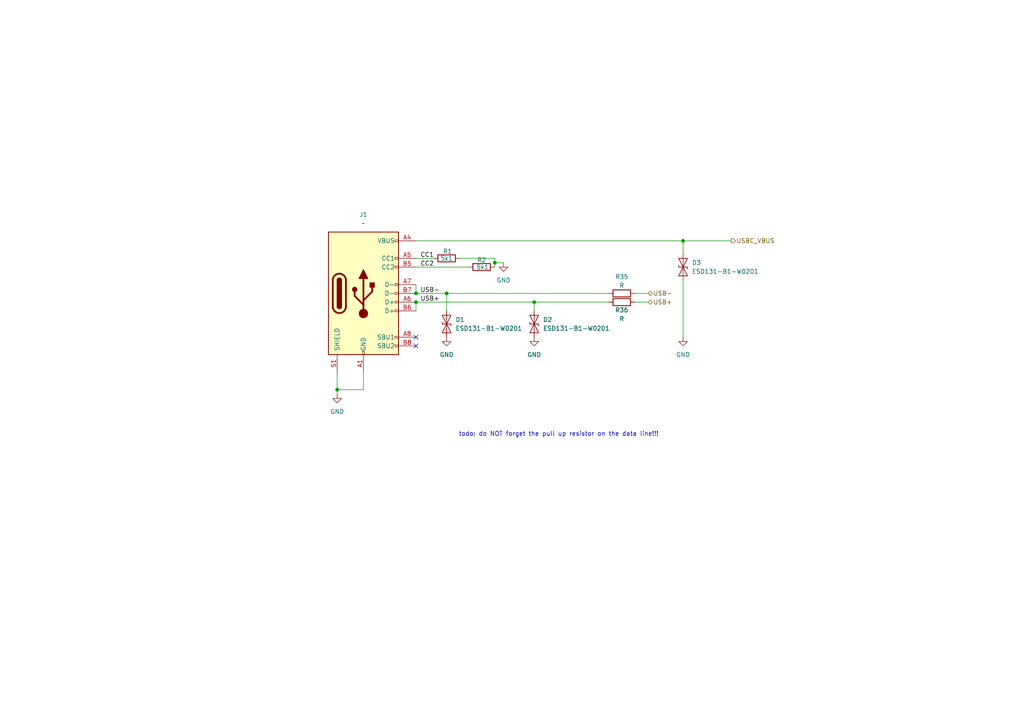
<source format=kicad_sch>
(kicad_sch
	(version 20250114)
	(generator "eeschema")
	(generator_version "9.0")
	(uuid "a3707a06-544a-4d24-b7af-4445ebcdfd54")
	(paper "A4")
	(lib_symbols
		(symbol "Connector:USB_C_Receptacle_USB2.0_16P"
			(pin_names
				(offset 1.016)
			)
			(exclude_from_sim no)
			(in_bom yes)
			(on_board yes)
			(property "Reference" "J"
				(at 0 22.225 0)
				(effects
					(font
						(size 1.27 1.27)
					)
				)
			)
			(property "Value" "USB_C_Receptacle_USB2.0_16P"
				(at 0 19.685 0)
				(effects
					(font
						(size 1.27 1.27)
					)
				)
			)
			(property "Footprint" ""
				(at 3.81 0 0)
				(effects
					(font
						(size 1.27 1.27)
					)
					(hide yes)
				)
			)
			(property "Datasheet" "https://www.usb.org/sites/default/files/documents/usb_type-c.zip"
				(at 3.81 0 0)
				(effects
					(font
						(size 1.27 1.27)
					)
					(hide yes)
				)
			)
			(property "Description" "USB 2.0-only 16P Type-C Receptacle connector"
				(at 0 0 0)
				(effects
					(font
						(size 1.27 1.27)
					)
					(hide yes)
				)
			)
			(property "ki_keywords" "usb universal serial bus type-C USB2.0"
				(at 0 0 0)
				(effects
					(font
						(size 1.27 1.27)
					)
					(hide yes)
				)
			)
			(property "ki_fp_filters" "USB*C*Receptacle*"
				(at 0 0 0)
				(effects
					(font
						(size 1.27 1.27)
					)
					(hide yes)
				)
			)
			(symbol "USB_C_Receptacle_USB2.0_16P_0_0"
				(rectangle
					(start -0.254 -17.78)
					(end 0.254 -16.764)
					(stroke
						(width 0)
						(type default)
					)
					(fill
						(type none)
					)
				)
				(rectangle
					(start 10.16 15.494)
					(end 9.144 14.986)
					(stroke
						(width 0)
						(type default)
					)
					(fill
						(type none)
					)
				)
				(rectangle
					(start 10.16 10.414)
					(end 9.144 9.906)
					(stroke
						(width 0)
						(type default)
					)
					(fill
						(type none)
					)
				)
				(rectangle
					(start 10.16 7.874)
					(end 9.144 7.366)
					(stroke
						(width 0)
						(type default)
					)
					(fill
						(type none)
					)
				)
				(rectangle
					(start 10.16 2.794)
					(end 9.144 2.286)
					(stroke
						(width 0)
						(type default)
					)
					(fill
						(type none)
					)
				)
				(rectangle
					(start 10.16 0.254)
					(end 9.144 -0.254)
					(stroke
						(width 0)
						(type default)
					)
					(fill
						(type none)
					)
				)
				(rectangle
					(start 10.16 -2.286)
					(end 9.144 -2.794)
					(stroke
						(width 0)
						(type default)
					)
					(fill
						(type none)
					)
				)
				(rectangle
					(start 10.16 -4.826)
					(end 9.144 -5.334)
					(stroke
						(width 0)
						(type default)
					)
					(fill
						(type none)
					)
				)
				(rectangle
					(start 10.16 -12.446)
					(end 9.144 -12.954)
					(stroke
						(width 0)
						(type default)
					)
					(fill
						(type none)
					)
				)
				(rectangle
					(start 10.16 -14.986)
					(end 9.144 -15.494)
					(stroke
						(width 0)
						(type default)
					)
					(fill
						(type none)
					)
				)
			)
			(symbol "USB_C_Receptacle_USB2.0_16P_0_1"
				(rectangle
					(start -10.16 17.78)
					(end 10.16 -17.78)
					(stroke
						(width 0.254)
						(type default)
					)
					(fill
						(type background)
					)
				)
				(polyline
					(pts
						(xy -8.89 -3.81) (xy -8.89 3.81)
					)
					(stroke
						(width 0.508)
						(type default)
					)
					(fill
						(type none)
					)
				)
				(rectangle
					(start -7.62 -3.81)
					(end -6.35 3.81)
					(stroke
						(width 0.254)
						(type default)
					)
					(fill
						(type outline)
					)
				)
				(arc
					(start -7.62 3.81)
					(mid -6.985 4.4423)
					(end -6.35 3.81)
					(stroke
						(width 0.254)
						(type default)
					)
					(fill
						(type none)
					)
				)
				(arc
					(start -7.62 3.81)
					(mid -6.985 4.4423)
					(end -6.35 3.81)
					(stroke
						(width 0.254)
						(type default)
					)
					(fill
						(type outline)
					)
				)
				(arc
					(start -8.89 3.81)
					(mid -6.985 5.7067)
					(end -5.08 3.81)
					(stroke
						(width 0.508)
						(type default)
					)
					(fill
						(type none)
					)
				)
				(arc
					(start -5.08 -3.81)
					(mid -6.985 -5.7067)
					(end -8.89 -3.81)
					(stroke
						(width 0.508)
						(type default)
					)
					(fill
						(type none)
					)
				)
				(arc
					(start -6.35 -3.81)
					(mid -6.985 -4.4423)
					(end -7.62 -3.81)
					(stroke
						(width 0.254)
						(type default)
					)
					(fill
						(type none)
					)
				)
				(arc
					(start -6.35 -3.81)
					(mid -6.985 -4.4423)
					(end -7.62 -3.81)
					(stroke
						(width 0.254)
						(type default)
					)
					(fill
						(type outline)
					)
				)
				(polyline
					(pts
						(xy -5.08 3.81) (xy -5.08 -3.81)
					)
					(stroke
						(width 0.508)
						(type default)
					)
					(fill
						(type none)
					)
				)
				(circle
					(center -2.54 1.143)
					(radius 0.635)
					(stroke
						(width 0.254)
						(type default)
					)
					(fill
						(type outline)
					)
				)
				(polyline
					(pts
						(xy -1.27 4.318) (xy 0 6.858) (xy 1.27 4.318) (xy -1.27 4.318)
					)
					(stroke
						(width 0.254)
						(type default)
					)
					(fill
						(type outline)
					)
				)
				(polyline
					(pts
						(xy 0 -2.032) (xy 2.54 0.508) (xy 2.54 1.778)
					)
					(stroke
						(width 0.508)
						(type default)
					)
					(fill
						(type none)
					)
				)
				(polyline
					(pts
						(xy 0 -3.302) (xy -2.54 -0.762) (xy -2.54 0.508)
					)
					(stroke
						(width 0.508)
						(type default)
					)
					(fill
						(type none)
					)
				)
				(polyline
					(pts
						(xy 0 -5.842) (xy 0 4.318)
					)
					(stroke
						(width 0.508)
						(type default)
					)
					(fill
						(type none)
					)
				)
				(circle
					(center 0 -5.842)
					(radius 1.27)
					(stroke
						(width 0)
						(type default)
					)
					(fill
						(type outline)
					)
				)
				(rectangle
					(start 1.905 1.778)
					(end 3.175 3.048)
					(stroke
						(width 0.254)
						(type default)
					)
					(fill
						(type outline)
					)
				)
			)
			(symbol "USB_C_Receptacle_USB2.0_16P_1_1"
				(pin passive line
					(at -7.62 -22.86 90)
					(length 5.08)
					(name "SHIELD"
						(effects
							(font
								(size 1.27 1.27)
							)
						)
					)
					(number "S1"
						(effects
							(font
								(size 1.27 1.27)
							)
						)
					)
				)
				(pin passive line
					(at 0 -22.86 90)
					(length 5.08)
					(name "GND"
						(effects
							(font
								(size 1.27 1.27)
							)
						)
					)
					(number "A1"
						(effects
							(font
								(size 1.27 1.27)
							)
						)
					)
				)
				(pin passive line
					(at 0 -22.86 90)
					(length 5.08)
					(hide yes)
					(name "GND"
						(effects
							(font
								(size 1.27 1.27)
							)
						)
					)
					(number "A12"
						(effects
							(font
								(size 1.27 1.27)
							)
						)
					)
				)
				(pin passive line
					(at 0 -22.86 90)
					(length 5.08)
					(hide yes)
					(name "GND"
						(effects
							(font
								(size 1.27 1.27)
							)
						)
					)
					(number "B1"
						(effects
							(font
								(size 1.27 1.27)
							)
						)
					)
				)
				(pin passive line
					(at 0 -22.86 90)
					(length 5.08)
					(hide yes)
					(name "GND"
						(effects
							(font
								(size 1.27 1.27)
							)
						)
					)
					(number "B12"
						(effects
							(font
								(size 1.27 1.27)
							)
						)
					)
				)
				(pin passive line
					(at 15.24 15.24 180)
					(length 5.08)
					(name "VBUS"
						(effects
							(font
								(size 1.27 1.27)
							)
						)
					)
					(number "A4"
						(effects
							(font
								(size 1.27 1.27)
							)
						)
					)
				)
				(pin passive line
					(at 15.24 15.24 180)
					(length 5.08)
					(hide yes)
					(name "VBUS"
						(effects
							(font
								(size 1.27 1.27)
							)
						)
					)
					(number "A9"
						(effects
							(font
								(size 1.27 1.27)
							)
						)
					)
				)
				(pin passive line
					(at 15.24 15.24 180)
					(length 5.08)
					(hide yes)
					(name "VBUS"
						(effects
							(font
								(size 1.27 1.27)
							)
						)
					)
					(number "B4"
						(effects
							(font
								(size 1.27 1.27)
							)
						)
					)
				)
				(pin passive line
					(at 15.24 15.24 180)
					(length 5.08)
					(hide yes)
					(name "VBUS"
						(effects
							(font
								(size 1.27 1.27)
							)
						)
					)
					(number "B9"
						(effects
							(font
								(size 1.27 1.27)
							)
						)
					)
				)
				(pin bidirectional line
					(at 15.24 10.16 180)
					(length 5.08)
					(name "CC1"
						(effects
							(font
								(size 1.27 1.27)
							)
						)
					)
					(number "A5"
						(effects
							(font
								(size 1.27 1.27)
							)
						)
					)
				)
				(pin bidirectional line
					(at 15.24 7.62 180)
					(length 5.08)
					(name "CC2"
						(effects
							(font
								(size 1.27 1.27)
							)
						)
					)
					(number "B5"
						(effects
							(font
								(size 1.27 1.27)
							)
						)
					)
				)
				(pin bidirectional line
					(at 15.24 2.54 180)
					(length 5.08)
					(name "D-"
						(effects
							(font
								(size 1.27 1.27)
							)
						)
					)
					(number "A7"
						(effects
							(font
								(size 1.27 1.27)
							)
						)
					)
				)
				(pin bidirectional line
					(at 15.24 0 180)
					(length 5.08)
					(name "D-"
						(effects
							(font
								(size 1.27 1.27)
							)
						)
					)
					(number "B7"
						(effects
							(font
								(size 1.27 1.27)
							)
						)
					)
				)
				(pin bidirectional line
					(at 15.24 -2.54 180)
					(length 5.08)
					(name "D+"
						(effects
							(font
								(size 1.27 1.27)
							)
						)
					)
					(number "A6"
						(effects
							(font
								(size 1.27 1.27)
							)
						)
					)
				)
				(pin bidirectional line
					(at 15.24 -5.08 180)
					(length 5.08)
					(name "D+"
						(effects
							(font
								(size 1.27 1.27)
							)
						)
					)
					(number "B6"
						(effects
							(font
								(size 1.27 1.27)
							)
						)
					)
				)
				(pin bidirectional line
					(at 15.24 -12.7 180)
					(length 5.08)
					(name "SBU1"
						(effects
							(font
								(size 1.27 1.27)
							)
						)
					)
					(number "A8"
						(effects
							(font
								(size 1.27 1.27)
							)
						)
					)
				)
				(pin bidirectional line
					(at 15.24 -15.24 180)
					(length 5.08)
					(name "SBU2"
						(effects
							(font
								(size 1.27 1.27)
							)
						)
					)
					(number "B8"
						(effects
							(font
								(size 1.27 1.27)
							)
						)
					)
				)
			)
			(embedded_fonts no)
		)
		(symbol "Device:R"
			(pin_numbers
				(hide yes)
			)
			(pin_names
				(offset 0)
			)
			(exclude_from_sim no)
			(in_bom yes)
			(on_board yes)
			(property "Reference" "R"
				(at 2.032 0 90)
				(effects
					(font
						(size 1.27 1.27)
					)
				)
			)
			(property "Value" "R"
				(at 0 0 90)
				(effects
					(font
						(size 1.27 1.27)
					)
				)
			)
			(property "Footprint" ""
				(at -1.778 0 90)
				(effects
					(font
						(size 1.27 1.27)
					)
					(hide yes)
				)
			)
			(property "Datasheet" "~"
				(at 0 0 0)
				(effects
					(font
						(size 1.27 1.27)
					)
					(hide yes)
				)
			)
			(property "Description" "Resistor"
				(at 0 0 0)
				(effects
					(font
						(size 1.27 1.27)
					)
					(hide yes)
				)
			)
			(property "ki_keywords" "R res resistor"
				(at 0 0 0)
				(effects
					(font
						(size 1.27 1.27)
					)
					(hide yes)
				)
			)
			(property "ki_fp_filters" "R_*"
				(at 0 0 0)
				(effects
					(font
						(size 1.27 1.27)
					)
					(hide yes)
				)
			)
			(symbol "R_0_1"
				(rectangle
					(start -1.016 -2.54)
					(end 1.016 2.54)
					(stroke
						(width 0.254)
						(type default)
					)
					(fill
						(type none)
					)
				)
			)
			(symbol "R_1_1"
				(pin passive line
					(at 0 3.81 270)
					(length 1.27)
					(name "~"
						(effects
							(font
								(size 1.27 1.27)
							)
						)
					)
					(number "1"
						(effects
							(font
								(size 1.27 1.27)
							)
						)
					)
				)
				(pin passive line
					(at 0 -3.81 90)
					(length 1.27)
					(name "~"
						(effects
							(font
								(size 1.27 1.27)
							)
						)
					)
					(number "2"
						(effects
							(font
								(size 1.27 1.27)
							)
						)
					)
				)
			)
			(embedded_fonts no)
		)
		(symbol "Diode:ESD131-B1-W0201"
			(pin_numbers
				(hide yes)
			)
			(pin_names
				(offset 1.016)
				(hide yes)
			)
			(exclude_from_sim no)
			(in_bom yes)
			(on_board yes)
			(property "Reference" "D"
				(at 0 2.54 0)
				(effects
					(font
						(size 1.27 1.27)
					)
				)
			)
			(property "Value" "ESD131-B1-W0201"
				(at 0 -2.54 0)
				(effects
					(font
						(size 1.27 1.27)
					)
				)
			)
			(property "Footprint" "Diode_SMD:Infineon_SG-WLL-2-3_0.58x0.28_P0.36mm"
				(at 0 0 0)
				(effects
					(font
						(size 1.27 1.27)
					)
					(hide yes)
				)
			)
			(property "Datasheet" "https://www.infineon.com/dgdl/Infineon-ESD131-B1-W0201-DataSheet-v02_00-EN.pdf?fileId=5546d4625cc9456a015ce94850964889"
				(at 0 0 0)
				(effects
					(font
						(size 1.27 1.27)
					)
					(hide yes)
				)
			)
			(property "Description" "Bidirectional ESD protection diode, ±5.5Vrwm, 0.23pF, SG-WLL-2-3"
				(at 0 0 0)
				(effects
					(font
						(size 1.27 1.27)
					)
					(hide yes)
				)
			)
			(property "ki_keywords" "diode TVS ESD"
				(at 0 0 0)
				(effects
					(font
						(size 1.27 1.27)
					)
					(hide yes)
				)
			)
			(property "ki_fp_filters" "*SG?WLL?2?3*"
				(at 0 0 0)
				(effects
					(font
						(size 1.27 1.27)
					)
					(hide yes)
				)
			)
			(symbol "ESD131-B1-W0201_0_1"
				(polyline
					(pts
						(xy -2.54 -1.27) (xy 0 0) (xy -2.54 1.27) (xy -2.54 -1.27)
					)
					(stroke
						(width 0.2032)
						(type default)
					)
					(fill
						(type none)
					)
				)
				(polyline
					(pts
						(xy 0.508 1.27) (xy 0 1.27) (xy 0 -1.27) (xy -0.508 -1.27)
					)
					(stroke
						(width 0.2032)
						(type default)
					)
					(fill
						(type none)
					)
				)
				(polyline
					(pts
						(xy 1.27 0) (xy -1.27 0)
					)
					(stroke
						(width 0)
						(type default)
					)
					(fill
						(type none)
					)
				)
				(polyline
					(pts
						(xy 2.54 1.27) (xy 2.54 -1.27) (xy 0 0) (xy 2.54 1.27)
					)
					(stroke
						(width 0.2032)
						(type default)
					)
					(fill
						(type none)
					)
				)
			)
			(symbol "ESD131-B1-W0201_1_1"
				(pin passive line
					(at -3.81 0 0)
					(length 2.54)
					(name "A1"
						(effects
							(font
								(size 1.27 1.27)
							)
						)
					)
					(number "1"
						(effects
							(font
								(size 1.27 1.27)
							)
						)
					)
				)
				(pin passive line
					(at 3.81 0 180)
					(length 2.54)
					(name "A2"
						(effects
							(font
								(size 1.27 1.27)
							)
						)
					)
					(number "2"
						(effects
							(font
								(size 1.27 1.27)
							)
						)
					)
				)
			)
			(embedded_fonts no)
		)
		(symbol "power:GND"
			(power)
			(pin_numbers
				(hide yes)
			)
			(pin_names
				(offset 0)
				(hide yes)
			)
			(exclude_from_sim no)
			(in_bom yes)
			(on_board yes)
			(property "Reference" "#PWR"
				(at 0 -6.35 0)
				(effects
					(font
						(size 1.27 1.27)
					)
					(hide yes)
				)
			)
			(property "Value" "GND"
				(at 0 -3.81 0)
				(effects
					(font
						(size 1.27 1.27)
					)
				)
			)
			(property "Footprint" ""
				(at 0 0 0)
				(effects
					(font
						(size 1.27 1.27)
					)
					(hide yes)
				)
			)
			(property "Datasheet" ""
				(at 0 0 0)
				(effects
					(font
						(size 1.27 1.27)
					)
					(hide yes)
				)
			)
			(property "Description" "Power symbol creates a global label with name \"GND\" , ground"
				(at 0 0 0)
				(effects
					(font
						(size 1.27 1.27)
					)
					(hide yes)
				)
			)
			(property "ki_keywords" "global power"
				(at 0 0 0)
				(effects
					(font
						(size 1.27 1.27)
					)
					(hide yes)
				)
			)
			(symbol "GND_0_1"
				(polyline
					(pts
						(xy 0 0) (xy 0 -1.27) (xy 1.27 -1.27) (xy 0 -2.54) (xy -1.27 -1.27) (xy 0 -1.27)
					)
					(stroke
						(width 0)
						(type default)
					)
					(fill
						(type none)
					)
				)
			)
			(symbol "GND_1_1"
				(pin power_in line
					(at 0 0 270)
					(length 0)
					(name "~"
						(effects
							(font
								(size 1.27 1.27)
							)
						)
					)
					(number "1"
						(effects
							(font
								(size 1.27 1.27)
							)
						)
					)
				)
			)
			(embedded_fonts no)
		)
	)
	(text "todo: do NOT forget the pull up resistor on the data line!!!"
		(exclude_from_sim no)
		(at 162.052 125.984 0)
		(effects
			(font
				(size 1.27 1.27)
			)
		)
		(uuid "b32c4efc-09e6-4fec-b5c9-8a6427b56886")
	)
	(junction
		(at 154.94 87.63)
		(diameter 0)
		(color 0 0 0 0)
		(uuid "10466d11-1fd7-4922-a112-bbffa4ff7e86")
	)
	(junction
		(at 143.51 76.2)
		(diameter 0)
		(color 0 0 0 0)
		(uuid "17f24c01-d637-4169-81dc-cad214dd5dff")
	)
	(junction
		(at 129.54 85.09)
		(diameter 0)
		(color 0 0 0 0)
		(uuid "96090fbd-aed2-4ae2-bce6-68d9667b15b7")
	)
	(junction
		(at 120.65 85.09)
		(diameter 0)
		(color 0 0 0 0)
		(uuid "a19f42d1-c908-4967-9bfd-d16ab4c5a15a")
	)
	(junction
		(at 198.12 69.85)
		(diameter 0)
		(color 0 0 0 0)
		(uuid "ad2dbd49-cf11-43ba-b13a-5d37f6adcf05")
	)
	(junction
		(at 97.79 113.03)
		(diameter 0)
		(color 0 0 0 0)
		(uuid "c481b7b2-0652-4790-90be-7ca887202a8e")
	)
	(junction
		(at 120.65 87.63)
		(diameter 0)
		(color 0 0 0 0)
		(uuid "dc2cfc5f-d70f-42aa-a775-62823d8ead9e")
	)
	(no_connect
		(at 120.65 97.79)
		(uuid "233e947b-0b8a-4df8-918b-1bef12e2dbcd")
	)
	(no_connect
		(at 120.65 100.33)
		(uuid "a0ed1831-c43b-4757-a17f-4bbe661cf23d")
	)
	(wire
		(pts
			(xy 120.65 85.09) (xy 129.54 85.09)
		)
		(stroke
			(width 0)
			(type default)
		)
		(uuid "0efd3bd3-48e4-49a6-a0ba-3e2be14fdd65")
	)
	(wire
		(pts
			(xy 120.65 87.63) (xy 120.65 90.17)
		)
		(stroke
			(width 0)
			(type default)
		)
		(uuid "183a824e-2c63-49a6-902c-228809f5b37d")
	)
	(wire
		(pts
			(xy 198.12 73.66) (xy 198.12 69.85)
		)
		(stroke
			(width 0)
			(type default)
		)
		(uuid "25e9231b-b045-4d55-826c-f65593930c29")
	)
	(wire
		(pts
			(xy 120.65 69.85) (xy 198.12 69.85)
		)
		(stroke
			(width 0)
			(type default)
		)
		(uuid "26f8f6dc-c551-4538-9b12-069d38c78ee8")
	)
	(wire
		(pts
			(xy 105.41 113.03) (xy 105.41 107.95)
		)
		(stroke
			(width 0)
			(type default)
		)
		(uuid "4153e0fb-a68a-48e2-929f-09282dc61661")
	)
	(wire
		(pts
			(xy 184.15 87.63) (xy 187.96 87.63)
		)
		(stroke
			(width 0)
			(type default)
		)
		(uuid "429de8c2-7fbc-4f7a-98f1-25096fa483ff")
	)
	(wire
		(pts
			(xy 143.51 74.93) (xy 143.51 76.2)
		)
		(stroke
			(width 0)
			(type default)
		)
		(uuid "4a7e4281-982d-4f58-a0c1-f225bb426683")
	)
	(wire
		(pts
			(xy 143.51 76.2) (xy 146.05 76.2)
		)
		(stroke
			(width 0)
			(type default)
		)
		(uuid "4ba030a1-b26d-4310-b93a-63d3bb5fd7d6")
	)
	(wire
		(pts
			(xy 120.65 87.63) (xy 154.94 87.63)
		)
		(stroke
			(width 0)
			(type default)
		)
		(uuid "4c57de66-1fae-4bf2-bf93-f61a5941a829")
	)
	(wire
		(pts
			(xy 97.79 114.3) (xy 97.79 113.03)
		)
		(stroke
			(width 0)
			(type default)
		)
		(uuid "5402b8c0-f948-4e4b-9958-2ba9a1b5b16e")
	)
	(wire
		(pts
			(xy 120.65 82.55) (xy 120.65 85.09)
		)
		(stroke
			(width 0)
			(type default)
		)
		(uuid "599f8e87-09f7-4004-aa00-008b5424d603")
	)
	(wire
		(pts
			(xy 154.94 87.63) (xy 176.53 87.63)
		)
		(stroke
			(width 0)
			(type default)
		)
		(uuid "62172820-de49-4780-92b6-da56099e2691")
	)
	(wire
		(pts
			(xy 154.94 87.63) (xy 154.94 90.17)
		)
		(stroke
			(width 0)
			(type default)
		)
		(uuid "7585fa2d-adba-4c6d-9368-2a5c58daa066")
	)
	(wire
		(pts
			(xy 198.12 81.28) (xy 198.12 97.79)
		)
		(stroke
			(width 0)
			(type default)
		)
		(uuid "ad60bc3f-a0fa-4238-b8f4-0aa3aff2d9e1")
	)
	(wire
		(pts
			(xy 198.12 69.85) (xy 212.09 69.85)
		)
		(stroke
			(width 0)
			(type default)
		)
		(uuid "b1a79242-c233-448c-b0b5-b267c59d8b7a")
	)
	(wire
		(pts
			(xy 120.65 74.93) (xy 125.73 74.93)
		)
		(stroke
			(width 0)
			(type default)
		)
		(uuid "c39f5b51-a88e-40d6-873e-a461328c8182")
	)
	(wire
		(pts
			(xy 97.79 113.03) (xy 105.41 113.03)
		)
		(stroke
			(width 0)
			(type default)
		)
		(uuid "dda8f7ca-9674-4983-b8b3-371e77936fa5")
	)
	(wire
		(pts
			(xy 129.54 85.09) (xy 129.54 90.17)
		)
		(stroke
			(width 0)
			(type default)
		)
		(uuid "e0837e2f-7367-4e69-9b6b-eb3d03d103f0")
	)
	(wire
		(pts
			(xy 184.15 85.09) (xy 187.96 85.09)
		)
		(stroke
			(width 0)
			(type default)
		)
		(uuid "e6c9e22b-8618-4c55-b9b3-a1a25cd0a8fb")
	)
	(wire
		(pts
			(xy 133.35 74.93) (xy 143.51 74.93)
		)
		(stroke
			(width 0)
			(type default)
		)
		(uuid "eda16df4-daa3-49cc-a469-fb3410523038")
	)
	(wire
		(pts
			(xy 143.51 76.2) (xy 143.51 77.47)
		)
		(stroke
			(width 0)
			(type default)
		)
		(uuid "edd86c9d-3410-47cb-8e8d-188439a0d42a")
	)
	(wire
		(pts
			(xy 129.54 85.09) (xy 176.53 85.09)
		)
		(stroke
			(width 0)
			(type default)
		)
		(uuid "f618a551-3d91-440c-a798-1a28d1e66ede")
	)
	(wire
		(pts
			(xy 97.79 113.03) (xy 97.79 107.95)
		)
		(stroke
			(width 0)
			(type default)
		)
		(uuid "fce01537-f74f-41ff-93ae-c55e068e8a96")
	)
	(wire
		(pts
			(xy 120.65 77.47) (xy 135.89 77.47)
		)
		(stroke
			(width 0)
			(type default)
		)
		(uuid "feb13747-73c6-41fd-aedd-50533558d25d")
	)
	(label "CC2"
		(at 121.92 77.47 0)
		(effects
			(font
				(size 1.27 1.27)
			)
			(justify left bottom)
		)
		(uuid "734b3e0e-f5e6-49d6-9360-4180e0e05fb1")
	)
	(label "USB+"
		(at 121.92 87.63 0)
		(effects
			(font
				(size 1.27 1.27)
			)
			(justify left bottom)
		)
		(uuid "8b7d09c8-d869-4783-b4eb-dab7af8fc4d6")
	)
	(label "CC1"
		(at 121.92 74.93 0)
		(effects
			(font
				(size 1.27 1.27)
			)
			(justify left bottom)
		)
		(uuid "929e41bf-4d34-4a07-afdf-3ff610376bac")
	)
	(label "USB-"
		(at 121.92 85.09 0)
		(effects
			(font
				(size 1.27 1.27)
			)
			(justify left bottom)
		)
		(uuid "c0ce0acf-99bf-4d1c-8ae0-5349ff24dd81")
	)
	(hierarchical_label "USBC_VBUS"
		(shape output)
		(at 212.09 69.85 0)
		(effects
			(font
				(size 1.27 1.27)
			)
			(justify left)
		)
		(uuid "83050dbd-8daf-4f47-ae75-129a19e3a3e0")
	)
	(hierarchical_label "USB-"
		(shape bidirectional)
		(at 187.96 85.09 0)
		(effects
			(font
				(size 1.27 1.27)
			)
			(justify left)
		)
		(uuid "a13a39ab-9f85-49e9-8578-8170cb7d6d98")
	)
	(hierarchical_label "USB+"
		(shape bidirectional)
		(at 187.96 87.63 0)
		(effects
			(font
				(size 1.27 1.27)
			)
			(justify left)
		)
		(uuid "ac53bf51-9b18-4526-ad43-ef4dff23ca8c")
	)
	(symbol
		(lib_id "Connector:USB_C_Receptacle_USB2.0_16P")
		(at 105.41 85.09 0)
		(unit 1)
		(exclude_from_sim no)
		(in_bom yes)
		(on_board yes)
		(dnp no)
		(fields_autoplaced yes)
		(uuid "06dee56c-102c-4807-93b8-3c02b8b5118f")
		(property "Reference" "J1"
			(at 105.41 62.23 0)
			(effects
				(font
					(size 1.27 1.27)
				)
			)
		)
		(property "Value" "~"
			(at 105.41 64.77 0)
			(effects
				(font
					(size 1.27 1.27)
				)
			)
		)
		(property "Footprint" "SamacSys_Parts:USB_C_Receptacle_GCT_USB4105-xx-A_16P_TopMnt_Horizontal"
			(at 109.22 85.09 0)
			(effects
				(font
					(size 1.27 1.27)
				)
				(hide yes)
			)
		)
		(property "Datasheet" "https://www.usb.org/sites/default/files/documents/usb_type-c.zip"
			(at 109.22 85.09 0)
			(effects
				(font
					(size 1.27 1.27)
				)
				(hide yes)
			)
		)
		(property "Description" "USB 2.0-only 16P Type-C Receptacle connector"
			(at 105.41 85.09 0)
			(effects
				(font
					(size 1.27 1.27)
				)
				(hide yes)
			)
		)
		(pin "A1"
			(uuid "d9bdd895-8028-4652-a974-eb0b0cc71d3d")
		)
		(pin "A9"
			(uuid "34fd95d8-45dd-4663-8f6f-eb637cf56a8c")
		)
		(pin "A4"
			(uuid "1716a206-9928-4241-b882-5735c219c9f3")
		)
		(pin "B9"
			(uuid "d2ac9f3d-4ea5-499d-918b-f677caca6422")
		)
		(pin "B7"
			(uuid "351b6a95-686e-4aa8-b895-cd09f4a157da")
		)
		(pin "B5"
			(uuid "28031262-307e-4e3d-a9a4-20f5578ca95c")
		)
		(pin "A7"
			(uuid "4f44991e-db2c-44b7-8b2b-e6621928c74b")
		)
		(pin "B4"
			(uuid "a2293495-475c-4105-8dd8-1f48a9aa2ad9")
		)
		(pin "B12"
			(uuid "7cf4d898-8974-498a-bd76-54ff7f32d7a6")
		)
		(pin "A12"
			(uuid "3f7a614b-076b-4ecf-a899-6cd019020f0f")
		)
		(pin "A6"
			(uuid "c0da684f-c27b-42f2-a2d6-6ef358688d28")
		)
		(pin "B8"
			(uuid "693738ac-8f45-4a7b-b980-bcf767db7866")
		)
		(pin "A5"
			(uuid "ef39944c-d125-46d0-89ea-0b2118202ea7")
		)
		(pin "A8"
			(uuid "01351f05-e5bf-4811-9e40-ace664107c6d")
		)
		(pin "B1"
			(uuid "34c05277-fb14-4c50-b395-b130ef03568e")
		)
		(pin "S1"
			(uuid "69cbbcbe-caee-49f0-b78d-10619ce6f899")
		)
		(pin "B6"
			(uuid "604d3d04-3f8c-4a7e-889b-f6a8cbac16ad")
		)
		(instances
			(project ""
				(path "/869bea87-c885-4ead-826b-3f34ceacafad/26d17bc2-e2ae-44e6-8fc3-d458d6e51b4a"
					(reference "J1")
					(unit 1)
				)
			)
		)
	)
	(symbol
		(lib_id "Diode:ESD131-B1-W0201")
		(at 129.54 93.98 90)
		(unit 1)
		(exclude_from_sim no)
		(in_bom yes)
		(on_board yes)
		(dnp no)
		(uuid "19d0c026-1e18-4c47-9092-83d5384bd3dd")
		(property "Reference" "D1"
			(at 132.08 92.7099 90)
			(effects
				(font
					(size 1.27 1.27)
				)
				(justify right)
			)
		)
		(property "Value" "ESD131-B1-W0201"
			(at 132.08 95.2499 90)
			(effects
				(font
					(size 1.27 1.27)
				)
				(justify right)
			)
		)
		(property "Footprint" "Diode_SMD:Infineon_SG-WLL-2-3_0.58x0.28_P0.36mm"
			(at 129.54 93.98 0)
			(effects
				(font
					(size 1.27 1.27)
				)
				(hide yes)
			)
		)
		(property "Datasheet" "https://www.infineon.com/dgdl/Infineon-ESD131-B1-W0201-DataSheet-v02_00-EN.pdf?fileId=5546d4625cc9456a015ce94850964889"
			(at 129.54 93.98 0)
			(effects
				(font
					(size 1.27 1.27)
				)
				(hide yes)
			)
		)
		(property "Description" "Bidirectional ESD protection diode, ±5.5Vrwm, 0.23pF, SG-WLL-2-3"
			(at 129.54 93.98 0)
			(effects
				(font
					(size 1.27 1.27)
				)
				(hide yes)
			)
		)
		(property "Height" "2.29"
			(at 523.19 81.28 0)
			(effects
				(font
					(size 1.27 1.27)
				)
				(justify left bottom)
				(hide yes)
			)
		)
		(property "Mouser Part Number" "576-SMAJ5.0CA"
			(at 623.19 81.28 0)
			(effects
				(font
					(size 1.27 1.27)
				)
				(justify left bottom)
				(hide yes)
			)
		)
		(property "Mouser Price/Stock" "https://www.mouser.co.uk/ProductDetail/Littelfuse/SMAJ5.0CA?qs=JJML70Qc14u8hb22RFwTwA%3D%3D"
			(at 723.19 81.28 0)
			(effects
				(font
					(size 1.27 1.27)
				)
				(justify left bottom)
				(hide yes)
			)
		)
		(property "Manufacturer_Name" "LITTELFUSE"
			(at 823.19 81.28 0)
			(effects
				(font
					(size 1.27 1.27)
				)
				(justify left bottom)
				(hide yes)
			)
		)
		(property "Manufacturer_Part_Number" "SMAJ5.0CA"
			(at 923.19 81.28 0)
			(effects
				(font
					(size 1.27 1.27)
				)
				(justify left bottom)
				(hide yes)
			)
		)
		(pin "2"
			(uuid "d002ff03-3275-4637-b226-6fe2869a6935")
		)
		(pin "1"
			(uuid "f584533f-c023-44f6-b658-0e9c4a4f4b98")
		)
		(instances
			(project ""
				(path "/869bea87-c885-4ead-826b-3f34ceacafad/26d17bc2-e2ae-44e6-8fc3-d458d6e51b4a"
					(reference "D1")
					(unit 1)
				)
			)
		)
	)
	(symbol
		(lib_id "power:GND")
		(at 97.79 114.3 0)
		(unit 1)
		(exclude_from_sim no)
		(in_bom yes)
		(on_board yes)
		(dnp no)
		(fields_autoplaced yes)
		(uuid "4be41e76-c677-40df-9a46-7c225ccc852d")
		(property "Reference" "#PWR01"
			(at 97.79 120.65 0)
			(effects
				(font
					(size 1.27 1.27)
				)
				(hide yes)
			)
		)
		(property "Value" "GND"
			(at 97.79 119.38 0)
			(effects
				(font
					(size 1.27 1.27)
				)
			)
		)
		(property "Footprint" ""
			(at 97.79 114.3 0)
			(effects
				(font
					(size 1.27 1.27)
				)
				(hide yes)
			)
		)
		(property "Datasheet" ""
			(at 97.79 114.3 0)
			(effects
				(font
					(size 1.27 1.27)
				)
				(hide yes)
			)
		)
		(property "Description" "Power symbol creates a global label with name \"GND\" , ground"
			(at 97.79 114.3 0)
			(effects
				(font
					(size 1.27 1.27)
				)
				(hide yes)
			)
		)
		(pin "1"
			(uuid "ef98821f-7e34-44a3-90e3-51bab4dd11d2")
		)
		(instances
			(project ""
				(path "/869bea87-c885-4ead-826b-3f34ceacafad/26d17bc2-e2ae-44e6-8fc3-d458d6e51b4a"
					(reference "#PWR01")
					(unit 1)
				)
			)
		)
	)
	(symbol
		(lib_id "power:GND")
		(at 146.05 76.2 0)
		(unit 1)
		(exclude_from_sim no)
		(in_bom yes)
		(on_board yes)
		(dnp no)
		(fields_autoplaced yes)
		(uuid "6fcc5d6b-6e3d-433c-8002-ba508de58cac")
		(property "Reference" "#PWR03"
			(at 146.05 82.55 0)
			(effects
				(font
					(size 1.27 1.27)
				)
				(hide yes)
			)
		)
		(property "Value" "GND"
			(at 146.05 81.28 0)
			(effects
				(font
					(size 1.27 1.27)
				)
			)
		)
		(property "Footprint" ""
			(at 146.05 76.2 0)
			(effects
				(font
					(size 1.27 1.27)
				)
				(hide yes)
			)
		)
		(property "Datasheet" ""
			(at 146.05 76.2 0)
			(effects
				(font
					(size 1.27 1.27)
				)
				(hide yes)
			)
		)
		(property "Description" "Power symbol creates a global label with name \"GND\" , ground"
			(at 146.05 76.2 0)
			(effects
				(font
					(size 1.27 1.27)
				)
				(hide yes)
			)
		)
		(pin "1"
			(uuid "9012d1d8-eeb1-425d-9866-7ad0915f33d7")
		)
		(instances
			(project ""
				(path "/869bea87-c885-4ead-826b-3f34ceacafad/26d17bc2-e2ae-44e6-8fc3-d458d6e51b4a"
					(reference "#PWR03")
					(unit 1)
				)
			)
		)
	)
	(symbol
		(lib_id "Diode:ESD131-B1-W0201")
		(at 198.12 77.47 90)
		(unit 1)
		(exclude_from_sim no)
		(in_bom yes)
		(on_board yes)
		(dnp no)
		(fields_autoplaced yes)
		(uuid "7b3fad1a-4173-4feb-9652-3e085e874f3f")
		(property "Reference" "D3"
			(at 200.66 76.1999 90)
			(effects
				(font
					(size 1.27 1.27)
				)
				(justify right)
			)
		)
		(property "Value" "ESD131-B1-W0201"
			(at 200.66 78.7399 90)
			(effects
				(font
					(size 1.27 1.27)
				)
				(justify right)
			)
		)
		(property "Footprint" "Diode_SMD:Infineon_SG-WLL-2-3_0.58x0.28_P0.36mm"
			(at 198.12 77.47 0)
			(effects
				(font
					(size 1.27 1.27)
				)
				(hide yes)
			)
		)
		(property "Datasheet" "https://www.infineon.com/dgdl/Infineon-ESD131-B1-W0201-DataSheet-v02_00-EN.pdf?fileId=5546d4625cc9456a015ce94850964889"
			(at 198.12 77.47 0)
			(effects
				(font
					(size 1.27 1.27)
				)
				(hide yes)
			)
		)
		(property "Description" "Bidirectional ESD protection diode, ±5.5Vrwm, 0.23pF, SG-WLL-2-3"
			(at 198.12 77.47 0)
			(effects
				(font
					(size 1.27 1.27)
				)
				(hide yes)
			)
		)
		(property "Height" "2.29"
			(at 591.77 64.77 0)
			(effects
				(font
					(size 1.27 1.27)
				)
				(justify left bottom)
				(hide yes)
			)
		)
		(property "Mouser Part Number" "576-SMAJ5.0CA"
			(at 691.77 64.77 0)
			(effects
				(font
					(size 1.27 1.27)
				)
				(justify left bottom)
				(hide yes)
			)
		)
		(property "Mouser Price/Stock" "https://www.mouser.co.uk/ProductDetail/Littelfuse/SMAJ5.0CA?qs=JJML70Qc14u8hb22RFwTwA%3D%3D"
			(at 791.77 64.77 0)
			(effects
				(font
					(size 1.27 1.27)
				)
				(justify left bottom)
				(hide yes)
			)
		)
		(property "Manufacturer_Name" "LITTELFUSE"
			(at 891.77 64.77 0)
			(effects
				(font
					(size 1.27 1.27)
				)
				(justify left bottom)
				(hide yes)
			)
		)
		(property "Manufacturer_Part_Number" "SMAJ5.0CA"
			(at 991.77 64.77 0)
			(effects
				(font
					(size 1.27 1.27)
				)
				(justify left bottom)
				(hide yes)
			)
		)
		(pin "2"
			(uuid "b62da6bc-2ae8-4986-b265-ca71b0aeda22")
		)
		(pin "1"
			(uuid "c2b96538-1869-46a8-8442-8f1792b9b9da")
		)
		(instances
			(project "controller"
				(path "/869bea87-c885-4ead-826b-3f34ceacafad/26d17bc2-e2ae-44e6-8fc3-d458d6e51b4a"
					(reference "D3")
					(unit 1)
				)
			)
		)
	)
	(symbol
		(lib_id "Device:R")
		(at 129.54 74.93 90)
		(unit 1)
		(exclude_from_sim no)
		(in_bom yes)
		(on_board yes)
		(dnp no)
		(uuid "84f38818-26f0-41cd-bdcc-1d272d382df1")
		(property "Reference" "R1"
			(at 129.794 72.898 90)
			(effects
				(font
					(size 1.27 1.27)
				)
			)
		)
		(property "Value" "5k1"
			(at 129.54 74.93 90)
			(effects
				(font
					(size 1.27 1.27)
				)
			)
		)
		(property "Footprint" ""
			(at 129.54 76.708 90)
			(effects
				(font
					(size 1.27 1.27)
				)
				(hide yes)
			)
		)
		(property "Datasheet" "~"
			(at 129.54 74.93 0)
			(effects
				(font
					(size 1.27 1.27)
				)
				(hide yes)
			)
		)
		(property "Description" "Resistor"
			(at 129.54 74.93 0)
			(effects
				(font
					(size 1.27 1.27)
				)
				(hide yes)
			)
		)
		(pin "1"
			(uuid "2b42a09a-1bbc-48e5-b501-f49b974af0a6")
		)
		(pin "2"
			(uuid "c6759754-b7dd-4c4a-8372-23feaabe419f")
		)
		(instances
			(project ""
				(path "/869bea87-c885-4ead-826b-3f34ceacafad/26d17bc2-e2ae-44e6-8fc3-d458d6e51b4a"
					(reference "R1")
					(unit 1)
				)
			)
		)
	)
	(symbol
		(lib_id "power:GND")
		(at 154.94 97.79 0)
		(unit 1)
		(exclude_from_sim no)
		(in_bom yes)
		(on_board yes)
		(dnp no)
		(fields_autoplaced yes)
		(uuid "addccbf5-5924-4312-9dad-30cea55f574e")
		(property "Reference" "#PWR04"
			(at 154.94 104.14 0)
			(effects
				(font
					(size 1.27 1.27)
				)
				(hide yes)
			)
		)
		(property "Value" "GND"
			(at 154.94 102.87 0)
			(effects
				(font
					(size 1.27 1.27)
				)
			)
		)
		(property "Footprint" ""
			(at 154.94 97.79 0)
			(effects
				(font
					(size 1.27 1.27)
				)
				(hide yes)
			)
		)
		(property "Datasheet" ""
			(at 154.94 97.79 0)
			(effects
				(font
					(size 1.27 1.27)
				)
				(hide yes)
			)
		)
		(property "Description" "Power symbol creates a global label with name \"GND\" , ground"
			(at 154.94 97.79 0)
			(effects
				(font
					(size 1.27 1.27)
				)
				(hide yes)
			)
		)
		(pin "1"
			(uuid "df4b07fc-1a21-4ad6-8e3c-a509b09b0deb")
		)
		(instances
			(project "controller"
				(path "/869bea87-c885-4ead-826b-3f34ceacafad/26d17bc2-e2ae-44e6-8fc3-d458d6e51b4a"
					(reference "#PWR04")
					(unit 1)
				)
			)
		)
	)
	(symbol
		(lib_id "power:GND")
		(at 198.12 97.79 0)
		(unit 1)
		(exclude_from_sim no)
		(in_bom yes)
		(on_board yes)
		(dnp no)
		(fields_autoplaced yes)
		(uuid "ae2c241f-5db1-4681-a8d8-d6873b162c5d")
		(property "Reference" "#PWR05"
			(at 198.12 104.14 0)
			(effects
				(font
					(size 1.27 1.27)
				)
				(hide yes)
			)
		)
		(property "Value" "GND"
			(at 198.12 102.87 0)
			(effects
				(font
					(size 1.27 1.27)
				)
			)
		)
		(property "Footprint" ""
			(at 198.12 97.79 0)
			(effects
				(font
					(size 1.27 1.27)
				)
				(hide yes)
			)
		)
		(property "Datasheet" ""
			(at 198.12 97.79 0)
			(effects
				(font
					(size 1.27 1.27)
				)
				(hide yes)
			)
		)
		(property "Description" "Power symbol creates a global label with name \"GND\" , ground"
			(at 198.12 97.79 0)
			(effects
				(font
					(size 1.27 1.27)
				)
				(hide yes)
			)
		)
		(pin "1"
			(uuid "1f1ede23-0911-49f5-811c-03e2f5a48992")
		)
		(instances
			(project ""
				(path "/869bea87-c885-4ead-826b-3f34ceacafad/26d17bc2-e2ae-44e6-8fc3-d458d6e51b4a"
					(reference "#PWR05")
					(unit 1)
				)
			)
		)
	)
	(symbol
		(lib_id "Device:R")
		(at 180.34 87.63 90)
		(unit 1)
		(exclude_from_sim no)
		(in_bom yes)
		(on_board yes)
		(dnp no)
		(uuid "b1ac8540-d4c2-4523-984d-91481491eafc")
		(property "Reference" "R36"
			(at 180.34 89.916 90)
			(effects
				(font
					(size 1.27 1.27)
				)
			)
		)
		(property "Value" "R"
			(at 180.34 92.456 90)
			(effects
				(font
					(size 1.27 1.27)
				)
			)
		)
		(property "Footprint" ""
			(at 180.34 89.408 90)
			(effects
				(font
					(size 1.27 1.27)
				)
				(hide yes)
			)
		)
		(property "Datasheet" "~"
			(at 180.34 87.63 0)
			(effects
				(font
					(size 1.27 1.27)
				)
				(hide yes)
			)
		)
		(property "Description" "Resistor"
			(at 180.34 87.63 0)
			(effects
				(font
					(size 1.27 1.27)
				)
				(hide yes)
			)
		)
		(pin "2"
			(uuid "34a3373f-71b7-43d1-b4d1-f4f8437128eb")
		)
		(pin "1"
			(uuid "803fff3e-8eec-4578-a54c-60170eeb2731")
		)
		(instances
			(project "controller"
				(path "/869bea87-c885-4ead-826b-3f34ceacafad/26d17bc2-e2ae-44e6-8fc3-d458d6e51b4a"
					(reference "R36")
					(unit 1)
				)
			)
		)
	)
	(symbol
		(lib_id "Device:R")
		(at 180.34 85.09 90)
		(unit 1)
		(exclude_from_sim no)
		(in_bom yes)
		(on_board yes)
		(dnp no)
		(uuid "c7bace8f-a204-49ad-9507-a80d882ded74")
		(property "Reference" "R35"
			(at 180.34 80.264 90)
			(effects
				(font
					(size 1.27 1.27)
				)
			)
		)
		(property "Value" "R"
			(at 180.34 82.804 90)
			(effects
				(font
					(size 1.27 1.27)
				)
			)
		)
		(property "Footprint" ""
			(at 180.34 86.868 90)
			(effects
				(font
					(size 1.27 1.27)
				)
				(hide yes)
			)
		)
		(property "Datasheet" "~"
			(at 180.34 85.09 0)
			(effects
				(font
					(size 1.27 1.27)
				)
				(hide yes)
			)
		)
		(property "Description" "Resistor"
			(at 180.34 85.09 0)
			(effects
				(font
					(size 1.27 1.27)
				)
				(hide yes)
			)
		)
		(pin "2"
			(uuid "5b032d66-bbf3-4ad0-8236-3e80556b092c")
		)
		(pin "1"
			(uuid "f64a86b1-d901-49be-9827-ce0e204605e4")
		)
		(instances
			(project ""
				(path "/869bea87-c885-4ead-826b-3f34ceacafad/26d17bc2-e2ae-44e6-8fc3-d458d6e51b4a"
					(reference "R35")
					(unit 1)
				)
			)
		)
	)
	(symbol
		(lib_id "Diode:ESD131-B1-W0201")
		(at 154.94 93.98 90)
		(unit 1)
		(exclude_from_sim no)
		(in_bom yes)
		(on_board yes)
		(dnp no)
		(fields_autoplaced yes)
		(uuid "e374df9e-a749-4a0b-a2c4-49f19114e1d7")
		(property "Reference" "D2"
			(at 157.48 92.7099 90)
			(effects
				(font
					(size 1.27 1.27)
				)
				(justify right)
			)
		)
		(property "Value" "ESD131-B1-W0201"
			(at 157.48 95.2499 90)
			(effects
				(font
					(size 1.27 1.27)
				)
				(justify right)
			)
		)
		(property "Footprint" "Diode_SMD:Infineon_SG-WLL-2-3_0.58x0.28_P0.36mm"
			(at 154.94 93.98 0)
			(effects
				(font
					(size 1.27 1.27)
				)
				(hide yes)
			)
		)
		(property "Datasheet" "https://www.infineon.com/dgdl/Infineon-ESD131-B1-W0201-DataSheet-v02_00-EN.pdf?fileId=5546d4625cc9456a015ce94850964889"
			(at 154.94 93.98 0)
			(effects
				(font
					(size 1.27 1.27)
				)
				(hide yes)
			)
		)
		(property "Description" "Bidirectional ESD protection diode, ±5.5Vrwm, 0.23pF, SG-WLL-2-3"
			(at 154.94 93.98 0)
			(effects
				(font
					(size 1.27 1.27)
				)
				(hide yes)
			)
		)
		(property "Height" "2.29"
			(at 548.59 81.28 0)
			(effects
				(font
					(size 1.27 1.27)
				)
				(justify left bottom)
				(hide yes)
			)
		)
		(property "Mouser Part Number" "576-SMAJ5.0CA"
			(at 648.59 81.28 0)
			(effects
				(font
					(size 1.27 1.27)
				)
				(justify left bottom)
				(hide yes)
			)
		)
		(property "Mouser Price/Stock" "https://www.mouser.co.uk/ProductDetail/Littelfuse/SMAJ5.0CA?qs=JJML70Qc14u8hb22RFwTwA%3D%3D"
			(at 748.59 81.28 0)
			(effects
				(font
					(size 1.27 1.27)
				)
				(justify left bottom)
				(hide yes)
			)
		)
		(property "Manufacturer_Name" "LITTELFUSE"
			(at 848.59 81.28 0)
			(effects
				(font
					(size 1.27 1.27)
				)
				(justify left bottom)
				(hide yes)
			)
		)
		(property "Manufacturer_Part_Number" "SMAJ5.0CA"
			(at 948.59 81.28 0)
			(effects
				(font
					(size 1.27 1.27)
				)
				(justify left bottom)
				(hide yes)
			)
		)
		(pin "2"
			(uuid "3ddfe18c-2b6a-416a-9746-378ad9ab0ec2")
		)
		(pin "1"
			(uuid "1fa0a59b-1d01-4d74-9993-f456cbb77935")
		)
		(instances
			(project "controller"
				(path "/869bea87-c885-4ead-826b-3f34ceacafad/26d17bc2-e2ae-44e6-8fc3-d458d6e51b4a"
					(reference "D2")
					(unit 1)
				)
			)
		)
	)
	(symbol
		(lib_id "Device:R")
		(at 139.7 77.47 90)
		(unit 1)
		(exclude_from_sim no)
		(in_bom yes)
		(on_board yes)
		(dnp no)
		(uuid "f8e73236-4c8c-4d3f-8e2b-5f9ab28fe404")
		(property "Reference" "R2"
			(at 139.7 75.438 90)
			(effects
				(font
					(size 1.27 1.27)
				)
			)
		)
		(property "Value" "5k1"
			(at 139.954 77.47 90)
			(effects
				(font
					(size 1.27 1.27)
				)
			)
		)
		(property "Footprint" ""
			(at 139.7 79.248 90)
			(effects
				(font
					(size 1.27 1.27)
				)
				(hide yes)
			)
		)
		(property "Datasheet" "~"
			(at 139.7 77.47 0)
			(effects
				(font
					(size 1.27 1.27)
				)
				(hide yes)
			)
		)
		(property "Description" "Resistor"
			(at 139.7 77.47 0)
			(effects
				(font
					(size 1.27 1.27)
				)
				(hide yes)
			)
		)
		(pin "1"
			(uuid "48bfede5-eaba-41d5-af89-711c05799513")
		)
		(pin "2"
			(uuid "47678a87-d0f4-4b29-be6f-8e2597019a2f")
		)
		(instances
			(project "controller"
				(path "/869bea87-c885-4ead-826b-3f34ceacafad/26d17bc2-e2ae-44e6-8fc3-d458d6e51b4a"
					(reference "R2")
					(unit 1)
				)
			)
		)
	)
	(symbol
		(lib_id "power:GND")
		(at 129.54 97.79 0)
		(unit 1)
		(exclude_from_sim no)
		(in_bom yes)
		(on_board yes)
		(dnp no)
		(fields_autoplaced yes)
		(uuid "faf744a1-0716-4e54-87c0-e91d30908b6b")
		(property "Reference" "#PWR02"
			(at 129.54 104.14 0)
			(effects
				(font
					(size 1.27 1.27)
				)
				(hide yes)
			)
		)
		(property "Value" "GND"
			(at 129.54 102.87 0)
			(effects
				(font
					(size 1.27 1.27)
				)
			)
		)
		(property "Footprint" ""
			(at 129.54 97.79 0)
			(effects
				(font
					(size 1.27 1.27)
				)
				(hide yes)
			)
		)
		(property "Datasheet" ""
			(at 129.54 97.79 0)
			(effects
				(font
					(size 1.27 1.27)
				)
				(hide yes)
			)
		)
		(property "Description" "Power symbol creates a global label with name \"GND\" , ground"
			(at 129.54 97.79 0)
			(effects
				(font
					(size 1.27 1.27)
				)
				(hide yes)
			)
		)
		(pin "1"
			(uuid "2ee1dd54-97ac-4212-b21d-6328a9611855")
		)
		(instances
			(project "controller"
				(path "/869bea87-c885-4ead-826b-3f34ceacafad/26d17bc2-e2ae-44e6-8fc3-d458d6e51b4a"
					(reference "#PWR02")
					(unit 1)
				)
			)
		)
	)
)

</source>
